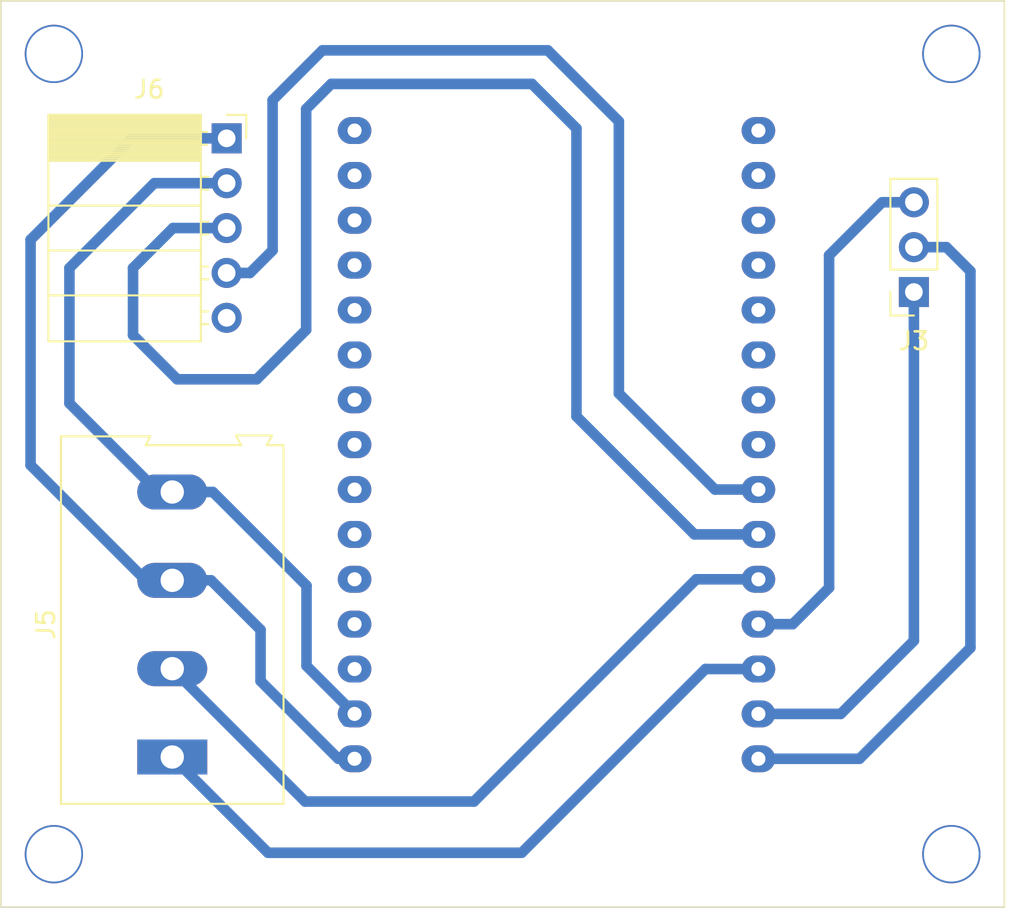
<source format=kicad_pcb>
(kicad_pcb (version 20240108) (generator "pcbnew") (generator_version "8.0")
  (layers (0 "F.Cu" signal) (31 "B.Cu" signal) (34 "B.Paste" user) (35 "F.Paste" user) (36 "B.SilkS" user "B.Silkscreen") (37 "F.SilkS" user "F.Silkscreen") (38 "B.Mask" user) (39 "F.Mask" user) (44 "Edge.Cuts" user))
  (net 0 "")
  (net 1 "D2")
  (net 2 "3V3")
  (net 3 "D15")
  (net 4 "GND")
  (net 5 "D5")
  (net 6 "D4")
  (net 7 "D18")
  (net 8 "5V")
  (net 9 "PSS")
  (net 29 "17")
  (net 30 "16")
  (footprint "Connector_PinSocket_2.54mm:PinSocket_1x05_P2.54mm_Horizontal" (layer "F.Cu") (at 39.88 57.68)
    (property "Reference" "J6" (at -4.38 -2.77 0) (layer "F.SilkS"))
    (property "Value" "Conn_01x05_Pin")
    (fp_line (start -10.09 -1.33) (end -10.09 11.49) (stroke (width 0.12)) (layer "F.SilkS"))
    (fp_line (start -10.09 -1.33) (end -1.46 -1.33) (stroke (width 0.12)) (layer "F.SilkS"))
    (fp_line (start -10.09 -1.21) (end -1.46 -1.21) (stroke (width 0.12)) (layer "F.SilkS"))
    (fp_line (start -10.09 -1.091905) (end -1.46 -1.091905) (stroke (width 0.12)) (layer "F.SilkS"))
    (fp_line (start -10.09 -0.97381) (end -1.46 -0.97381) (stroke (width 0.12)) (layer "F.SilkS"))
    (fp_line (start -10.09 -0.855715) (end -1.46 -0.855715) (stroke (width 0.12)) (layer "F.SilkS"))
    (fp_line (start -10.09 -0.73762) (end -1.46 -0.73762) (stroke (width 0.12)) (layer "F.SilkS"))
    (fp_line (start -10.09 -0.619525) (end -1.46 -0.619525) (stroke (width 0.12)) (layer "F.SilkS"))
    (fp_line (start -10.09 -0.50143) (end -1.46 -0.50143) (stroke (width 0.12)) (layer "F.SilkS"))
    (fp_line (start -10.09 -0.383335) (end -1.46 -0.383335) (stroke (width 0.12)) (layer "F.SilkS"))
    (fp_line (start -10.09 -0.26524) (end -1.46 -0.26524) (stroke (width 0.12)) (layer "F.SilkS"))
    (fp_line (start -10.09 -0.147145) (end -1.46 -0.147145) (stroke (width 0.12)) (layer "F.SilkS"))
    (fp_line (start -10.09 -0.02905) (end -1.46 -0.02905) (stroke (width 0.12)) (layer "F.SilkS"))
    (fp_line (start -10.09 0.089045) (end -1.46 0.089045) (stroke (width 0.12)) (layer "F.SilkS"))
    (fp_line (start -10.09 0.20714) (end -1.46 0.20714) (stroke (width 0.12)) (layer "F.SilkS"))
    (fp_line (start -10.09 0.325235) (end -1.46 0.325235) (stroke (width 0.12)) (layer "F.SilkS"))
    (fp_line (start -10.09 0.44333) (end -1.46 0.44333) (stroke (width 0.12)) (layer "F.SilkS"))
    (fp_line (start -10.09 0.561425) (end -1.46 0.561425) (stroke (width 0.12)) (layer "F.SilkS"))
    (fp_line (start -10.09 0.67952) (end -1.46 0.67952) (stroke (width 0.12)) (layer "F.SilkS"))
    (fp_line (start -10.09 0.797615) (end -1.46 0.797615) (stroke (width 0.12)) (layer "F.SilkS"))
    (fp_line (start -10.09 0.91571) (end -1.46 0.91571) (stroke (width 0.12)) (layer "F.SilkS"))
    (fp_line (start -10.09 1.033805) (end -1.46 1.033805) (stroke (width 0.12)) (layer "F.SilkS"))
    (fp_line (start -10.09 1.1519) (end -1.46 1.1519) (stroke (width 0.12)) (layer "F.SilkS"))
    (fp_line (start -10.09 1.27) (end -1.46 1.27) (stroke (width 0.12)) (layer "F.SilkS"))
    (fp_line (start -10.09 3.81) (end -1.46 3.81) (stroke (width 0.12)) (layer "F.SilkS"))
    (fp_line (start -10.09 6.35) (end -1.46 6.35) (stroke (width 0.12)) (layer "F.SilkS"))
    (fp_line (start -10.09 8.89) (end -1.46 8.89) (stroke (width 0.12)) (layer "F.SilkS"))
    (fp_line (start -10.09 11.49) (end -1.46 11.49) (stroke (width 0.12)) (layer "F.SilkS"))
    (fp_line (start -1.46 -1.33) (end -1.46 11.49) (stroke (width 0.12)) (layer "F.SilkS"))
    (fp_line (start -1.46 -0.36) (end -1.11 -0.36) (stroke (width 0.12)) (layer "F.SilkS"))
    (fp_line (start -1.46 0.36) (end -1.11 0.36) (stroke (width 0.12)) (layer "F.SilkS"))
    (fp_line (start -1.46 2.18) (end -1.05 2.18) (stroke (width 0.12)) (layer "F.SilkS"))
    (fp_line (start -1.46 2.9) (end -1.05 2.9) (stroke (width 0.12)) (layer "F.SilkS"))
    (fp_line (start -1.46 4.72) (end -1.05 4.72) (stroke (width 0.12)) (layer "F.SilkS"))
    (fp_line (start -1.46 5.44) (end -1.05 5.44) (stroke (width 0.12)) (layer "F.SilkS"))
    (fp_line (start -1.46 7.26) (end -1.05 7.26) (stroke (width 0.12)) (layer "F.SilkS"))
    (fp_line (start -1.46 7.98) (end -1.05 7.98) (stroke (width 0.12)) (layer "F.SilkS"))
    (fp_line (start -1.46 9.8) (end -1.05 9.8) (stroke (width 0.12)) (layer "F.SilkS"))
    (fp_line (start -1.46 10.52) (end -1.05 10.52) (stroke (width 0.12)) (layer "F.SilkS"))
    (fp_line (start 0 -1.33) (end 1.11 -1.33) (stroke (width 0.12)) (layer "F.SilkS"))
    (fp_line (start 1.11 -1.33) (end 1.11 0) (stroke (width 0.12)) (layer "F.SilkS"))
    (pad "1" thru_hole rect (at 0 0) (size 1.7 1.7) (drill 1) (layers "*.Cu" "*.Mask") (net 8 "5V"))
    (pad "2" thru_hole oval (at 0 2.54) (size 1.7 1.7) (drill 1) (layers "*.Cu" "*.Mask") (net 4 "GND"))
    (pad "3" thru_hole oval (at 0 5.08) (size 1.7 1.7) (drill 1) (layers "*.Cu" "*.Mask") (net 30 "16"))
    (pad "4" thru_hole oval (at 0 7.62) (size 1.7 1.7) (drill 1) (layers "*.Cu" "*.Mask") (net 29 "17"))
    (pad "5" thru_hole oval (at 0 10.16) (size 1.7 1.7) (drill 1) (layers "*.Cu" "*.Mask") (net 9 "PSS"))
  )
  (footprint "ESP32_WROOM_32:ESP_Test" (layer "F.Cu") (at 58.68 74.64 -90)
    (property "Reference" "J4" (hide yes))
    (property "Value" "Conn_02x15_Counter_Clockwise" (hide yes))
    (pad "1" thru_hole oval (at -17.4 -11.3 270) (size 1.524 1.9) (drill 0.8) (layers "*.Cu" "*.Mask"))
    (pad "2" thru_hole oval (at -14.86 -11.3 270) (size 1.524 1.9) (drill 0.8) (layers "*.Cu" "*.Mask"))
    (pad "3" thru_hole oval (at -12.32 -11.3 270) (size 1.524 1.9) (drill 0.8) (layers "*.Cu" "*.Mask"))
    (pad "4" thru_hole oval (at -9.78 -11.3 270) (size 1.524 1.9) (drill 0.8) (layers "*.Cu" "*.Mask"))
    (pad "5" thru_hole oval (at -7.24 -11.3 270) (size 1.524 1.9) (drill 0.8) (layers "*.Cu" "*.Mask"))
    (pad "6" thru_hole oval (at -4.7 -11.3 270) (size 1.524 1.9) (drill 0.8) (layers "*.Cu" "*.Mask"))
    (pad "7" thru_hole oval (at -2.16 -11.3 270) (size 1.524 1.9) (drill 0.8) (layers "*.Cu" "*.Mask") (net 7 "D18"))
    (pad "8" thru_hole oval (at 0.38 -11.3 270) (size 1.524 1.9) (drill 0.8) (layers "*.Cu" "*.Mask") (net 5 "D5"))
    (pad "9" thru_hole oval (at 2.92 -11.3 270) (size 1.524 1.9) (drill 0.8) (layers "*.Cu" "*.Mask") (net 29 "17"))
    (pad "10" thru_hole oval (at 5.46 -11.3 270) (size 1.524 1.9) (drill 0.8) (layers "*.Cu" "*.Mask") (net 30 "16"))
    (pad "11" thru_hole oval (at 8 -11.3 270) (size 1.524 1.9) (drill 0.8) (layers "*.Cu" "*.Mask") (net 6 "D4"))
    (pad "12" thru_hole oval (at 10.54 -11.3 270) (size 1.524 1.9) (drill 0.8) (layers "*.Cu" "*.Mask") (net 1 "D2"))
    (pad "13" thru_hole oval (at 13.08 -11.3 270) (size 1.524 1.9) (drill 0.8) (layers "*.Cu" "*.Mask") (net 3 "D15"))
    (pad "14" thru_hole oval (at 15.62 -11.3 270) (size 1.524 1.9) (drill 0.8) (layers "*.Cu" "*.Mask") (net 4 "GND"))
    (pad "15" thru_hole oval (at 18.16 -11.3 270) (size 1.524 1.9) (drill 0.8) (layers "*.Cu" "*.Mask") (net 2 "3V3"))
    (pad "16" thru_hole oval (at 18.16 11.56 270) (size 1.524 1.9) (drill 0.8) (layers "*.Cu" "*.Mask") (net 8 "5V"))
    (pad "17" thru_hole oval (at 15.62 11.56 270) (size 1.524 1.9) (drill 0.8) (layers "*.Cu" "*.Mask") (net 4 "GND"))
    (pad "18" thru_hole oval (at 13.08 11.56 270) (size 1.524 1.9) (drill 0.8) (layers "*.Cu" "*.Mask"))
    (pad "19" thru_hole oval (at 10.54 11.56 270) (size 1.524 1.9) (drill 0.8) (layers "*.Cu" "*.Mask"))
    (pad "20" thru_hole oval (at 8 11.56 270) (size 1.524 1.9) (drill 0.8) (layers "*.Cu" "*.Mask"))
    (pad "21" thru_hole oval (at 5.46 11.56 270) (size 1.524 1.9) (drill 0.8) (layers "*.Cu" "*.Mask"))
    (pad "22" thru_hole oval (at 2.92 11.56 270) (size 1.524 1.9) (drill 0.8) (layers "*.Cu" "*.Mask"))
    (pad "23" thru_hole oval (at 0.38 11.56 270) (size 1.524 1.9) (drill 0.8) (layers "*.Cu" "*.Mask"))
    (pad "24" thru_hole oval (at -2.16 11.56 270) (size 1.524 1.9) (drill 0.8) (layers "*.Cu" "*.Mask"))
    (pad "25" thru_hole oval (at -4.7 11.56 270) (size 1.524 1.9) (drill 0.8) (layers "*.Cu" "*.Mask"))
    (pad "26" thru_hole oval (at -7.24 11.56 270) (size 1.524 1.9) (drill 0.8) (layers "*.Cu" "*.Mask"))
    (pad "27" thru_hole oval (at -9.78 11.56 270) (size 1.524 1.9) (drill 0.8) (layers "*.Cu" "*.Mask"))
    (pad "28" thru_hole oval (at -12.32 11.56 270) (size 1.524 1.9) (drill 0.8) (layers "*.Cu" "*.Mask"))
    (pad "29" thru_hole oval (at -14.86 11.56 270) (size 1.524 1.9) (drill 0.8) (layers "*.Cu" "*.Mask"))
    (pad "30" thru_hole oval (at -17.4 11.56 270) (size 1.524 1.9) (drill 0.8) (layers "*.Cu" "*.Mask"))
  )
  (footprint "Connector_PinSocket_2.54mm:PinSocket_1x03_P2.54mm_Vertical" (layer "F.Cu") (at 78.78 66.38 180)
    (property "Reference" "J3" (at 0 -2.77 0) (layer "F.SilkS"))
    (property "Value" "Conn_01x03_Pin")
    (fp_line (start 1.33 1.27) (end 1.33 6.41) (stroke (width 0.12)) (layer "F.SilkS"))
    (fp_line (start 1.33 -1.33) (end 1.33 0) (stroke (width 0.12)) (layer "F.SilkS"))
    (fp_line (start 0 -1.33) (end 1.33 -1.33) (stroke (width 0.12)) (layer "F.SilkS"))
    (fp_line (start -1.33 6.41) (end 1.33 6.41) (stroke (width 0.12)) (layer "F.SilkS"))
    (fp_line (start -1.33 1.27) (end 1.33 1.27) (stroke (width 0.12)) (layer "F.SilkS"))
    (fp_line (start -1.33 1.27) (end -1.33 6.41) (stroke (width 0.12)) (layer "F.SilkS"))
    (pad "1" thru_hole rect (at 0 0 180) (size 1.7 1.7) (drill 1) (layers "*.Cu" "*.Mask") (net 4 "GND"))
    (pad "2" thru_hole oval (at 0 2.54 180) (size 1.7 1.7) (drill 1) (layers "*.Cu" "*.Mask") (net 2 "3V3"))
    (pad "3" thru_hole oval (at 0 5.08 180) (size 1.7 1.7) (drill 1) (layers "*.Cu" "*.Mask") (net 1 "D2"))
  )
  (footprint "TerminalBlock:TerminalBlock_Altech_AK300-4_P5.00mm" (layer "F.Cu") (at 36.8 92.7 90)
    (property "Reference" "J5" (at 7.5 -7.15 90) (layer "F.SilkS"))
    (property "Value" "Screw_Terminal_01x04")
    (fp_line (start 18.15 -6.3) (end 18.15 -1.25) (stroke (width 0.12)) (layer "F.SilkS"))
    (fp_line (start -2.65 -6.3) (end 18.15 -6.3) (stroke (width 0.12)) (layer "F.SilkS"))
    (fp_line (start 17.65 -1.5) (end 17.65 3.9) (stroke (width 0.12)) (layer "F.SilkS"))
    (fp_line (start 18.15 -1.25) (end 17.65 -1.5) (stroke (width 0.12)) (layer "F.SilkS"))
    (fp_line (start 18.2 3.6) (end 18.2 5.65) (stroke (width 0.12)) (layer "F.SilkS"))
    (fp_line (start 17.65 3.9) (end 18.2 3.6) (stroke (width 0.12)) (layer "F.SilkS"))
    (fp_line (start 17.65 5.35) (end 17.65 6.3) (stroke (width 0.12)) (layer "F.SilkS"))
    (fp_line (start 18.2 5.65) (end 17.65 5.35) (stroke (width 0.12)) (layer "F.SilkS"))
    (fp_line (start 17.65 6.3) (end -2.65 6.3) (stroke (width 0.12)) (layer "F.SilkS"))
    (fp_line (start -2.65 6.3) (end -2.65 -6.3) (stroke (width 0.12)) (layer "F.SilkS"))
    (pad "1" thru_hole rect (at 0 0 90) (size 1.98 3.96) (drill 1.32) (layers "*.Cu" "*.Mask") (net 3 "D15"))
    (pad "2" thru_hole oval (at 5 0 90) (size 1.98 3.96) (drill 1.32) (layers "*.Cu" "*.Mask") (net 6 "D4"))
    (pad "3" thru_hole oval (at 10 0 90) (size 1.98 3.96) (drill 1.32) (layers "*.Cu" "*.Mask") (net 8 "5V"))
    (pad "4" thru_hole oval (at 15 0 90) (size 1.98 3.96) (drill 1.32) (layers "*.Cu" "*.Mask") (net 4 "GND"))
  )
  (gr_rect (start 27.1 49.9) (end 83.9 101.2) (stroke (width 0.1)) (fill none) (layer "F.SilkS"))
  (gr_rect (start 27.1 49.9) (end 83.9 101.2) (stroke (width 0.05)) (fill none) (layer "Edge.Cuts"))
  (via (at 30.1 98.2) (size 3.3) (drill 3.1) (layers "F.Cu" "B.Cu") (net 0))
  (via (at 30.1 52.9) (size 3.3) (drill 3.1) (layers "F.Cu" "B.Cu") (net 0))
  (via (at 80.9 98.2) (size 3.3) (drill 3.1) (layers "F.Cu" "B.Cu") (net 0))
  (via (at 80.9 52.9) (size 3.3) (drill 3.1) (layers "F.Cu" "B.Cu") (net 0))
  (segment (start 73.98 83.12) (end 71.92 85.18) (width 0.6) (layer "B.Cu") (net 1))
  (segment (start 71.92 85.18) (end 69.98 85.18) (width 0.6) (layer "B.Cu") (net 1))
  (segment (start 78.78 61.3) (end 76.98 61.3) (width 0.6) (layer "B.Cu") (net 1))
  (segment (start 73.98 64.3) (end 73.98 83.12) (width 0.6) (layer "B.Cu") (net 1))
  (segment (start 76.98 61.3) (end 73.98 64.3) (width 0.6) (layer "B.Cu") (net 1))
  (segment (start 81.98 86.52) (end 75.7 92.8) (width 0.6) (layer "B.Cu") (net 2))
  (segment (start 75.7 92.8) (end 69.98 92.8) (width 0.6) (layer "B.Cu") (net 2))
  (segment (start 80.62 63.84) (end 81.98 65.2) (width 0.6) (layer "B.Cu") (net 2))
  (segment (start 81.98 65.2) (end 81.98 86.52) (width 0.6) (layer "B.Cu") (net 2))
  (segment (start 78.78 63.84) (end 80.62 63.84) (width 0.6) (layer "B.Cu") (net 2))
  (segment (start 56.58 98.12) (end 66.98 87.72) (width 0.6) (layer "B.Cu") (net 3))
  (segment (start 36.8 92.7) (end 38.1 92.7) (width 0.6) (layer "B.Cu") (net 3))
  (segment (start 66.98 87.72) (end 69.98 87.72) (width 0.6) (layer "B.Cu") (net 3))
  (segment (start 42.22 98.12) (end 56.58 98.12) (width 0.6) (layer "B.Cu") (net 3))
  (segment (start 36.8 92.7) (end 42.22 98.12) (width 0.6) (layer "B.Cu") (net 3))
  (segment (start 46.74 90.7) (end 47.18 90.26) (width 0.6) (layer "B.Cu") (net 4))
  (segment (start 30.98 72.68) (end 30.98 65.02) (width 0.6) (layer "B.Cu") (net 4))
  (segment (start 36.8 77.7) (end 39.1 77.7) (width 0.6) (layer "B.Cu") (net 4))
  (segment (start 47.12 90.26) (end 46.66 90.26) (width 0.6) (layer "B.Cu") (net 4))
  (segment (start 39.1 77.7) (end 44.4 83) (width 0.6) (layer "B.Cu") (net 4))
  (segment (start 74.64 90.26) (end 78.78 86.12) (width 0.6) (layer "B.Cu") (net 4))
  (segment (start 44.4 87.54) (end 47.12 90.26) (width 0.6) (layer "B.Cu") (net 4))
  (segment (start 78.78 86.12) (end 78.78 66.38) (width 0.6) (layer "B.Cu") (net 4))
  (segment (start 35.78 60.22) (end 39.88 60.22) (width 0.6) (layer "B.Cu") (net 4))
  (segment (start 44.4 83) (end 44.4 87.54) (width 0.6) (layer "B.Cu") (net 4))
  (segment (start 46.68 90.7) (end 47.12 90.26) (width 0.6) (layer "B.Cu") (net 4))
  (segment (start 36.8 77.7) (end 36 77.7) (width 0.6) (layer "B.Cu") (net 4))
  (segment (start 36 77.7) (end 30.98 72.68) (width 0.6) (layer "B.Cu") (net 4))
  (segment (start 30.98 65.02) (end 35.78 60.22) (width 0.6) (layer "B.Cu") (net 4))
  (segment (start 69.98 90.26) (end 74.64 90.26) (width 0.6) (layer "B.Cu") (net 4))
  (segment (start 36.8 87.7) (end 44.32 95.22) (width 0.6) (layer "B.Cu") (net 6))
  (segment (start 66.46 82.64) (end 69.98 82.64) (width 0.6) (layer "B.Cu") (net 6))
  (segment (start 53.88 95.22) (end 66.46 82.64) (width 0.6) (layer "B.Cu") (net 6))
  (segment (start 36.8 87.7) (end 37.7 87.7) (width 0.6) (layer "B.Cu") (net 6))
  (segment (start 44.32 95.22) (end 53.88 95.22) (width 0.6) (layer "B.Cu") (net 6))
  (segment (start 46.2 92.8) (end 47.12 92.8) (width 0.6) (layer "B.Cu") (net 8))
  (segment (start 39.88 57.68) (end 34.52 57.68) (width 0.6) (layer "B.Cu") (net 8))
  (segment (start 41.8 88.4) (end 46.2 92.8) (width 0.6) (layer "B.Cu") (net 8))
  (segment (start 34.52 57.68) (end 28.78 63.42) (width 0.6) (layer "B.Cu") (net 8))
  (segment (start 41.8 85.5) (end 41.8 88.4) (width 0.6) (layer "B.Cu") (net 8))
  (segment (start 28.78 63.42) (end 28.78 76.18) (width 0.6) (layer "B.Cu") (net 8))
  (segment (start 35.3 82.7) (end 36.8 82.7) (width 0.6) (layer "B.Cu") (net 8))
  (segment (start 36.8 82.7) (end 39 82.7) (width 0.6) (layer "B.Cu") (net 8))
  (segment (start 28.78 76.18) (end 35.3 82.7) (width 0.6) (layer "B.Cu") (net 8))
  (segment (start 39 82.7) (end 41.8 85.5) (width 0.6) (layer "B.Cu") (net 8))
  (segment (start 42.48 64.02) (end 42.48 55.52) (width 0.6) (layer "B.Cu") (net 29))
  (segment (start 58.06 52.7) (end 62.08 56.72) (width 0.6) (layer "B.Cu") (net 29))
  (segment (start 67.52 77.56) (end 69.98 77.56) (width 0.6) (layer "B.Cu") (net 29))
  (segment (start 62.08 72.12) (end 67.52 77.56) (width 0.6) (layer "B.Cu") (net 29))
  (segment (start 62.08 56.72) (end 62.08 72.12) (width 0.6) (layer "B.Cu") (net 29))
  (segment (start 42.48 55.52) (end 45.3 52.7) (width 0.6) (layer "B.Cu") (net 29))
  (segment (start 45.3 52.7) (end 58.06 52.7) (width 0.6) (layer "B.Cu") (net 29))
  (segment (start 39.88 65.3) (end 41.2 65.3) (width 0.6) (layer "B.Cu") (net 29))
  (segment (start 41.2 65.3) (end 42.48 64.02) (width 0.6) (layer "B.Cu") (net 29))
  (segment (start 44.38 68.52) (end 41.58 71.32) (width 0.6) (layer "B.Cu") (net 30))
  (segment (start 41.58 71.32) (end 37.08 71.32) (width 0.6) (layer "B.Cu") (net 30))
  (segment (start 66.36 80.1) (end 59.68 73.42) (width 0.6) (layer "B.Cu") (net 30))
  (segment (start 45.8 54.6) (end 44.38 56.02) (width 0.6) (layer "B.Cu") (net 30))
  (segment (start 59.68 57.12) (end 57.16 54.6) (width 0.6) (layer "B.Cu") (net 30))
  (segment (start 39.88 62.76) (end 39.92 62.8) (width 0.6) (layer "B.Cu") (net 30))
  (segment (start 69.98 80.1) (end 66.36 80.1) (width 0.6) (layer "B.Cu") (net 30))
  (segment (start 34.58 68.82) (end 34.58 65.02) (width 0.6) (layer "B.Cu") (net 30))
  (segment (start 37.08 71.32) (end 34.58 68.82) (width 0.6) (layer "B.Cu") (net 30))
  (segment (start 36.84 62.76) (end 39.88 62.76) (width 0.6) (layer "B.Cu") (net 30))
  (segment (start 34.58 65.02) (end 36.84 62.76) (width 0.6) (layer "B.Cu") (net 30))
  (segment (start 57.16 54.6) (end 45.8 54.6) (width 0.6) (layer "B.Cu") (net 30))
  (segment (start 59.68 73.42) (end 59.68 57.12) (width 0.6) (layer "B.Cu") (net 30))
  (segment (start 44.38 56.02) (end 44.38 68.52) (width 0.6) (layer "B.Cu") (net 30))
)
</source>
